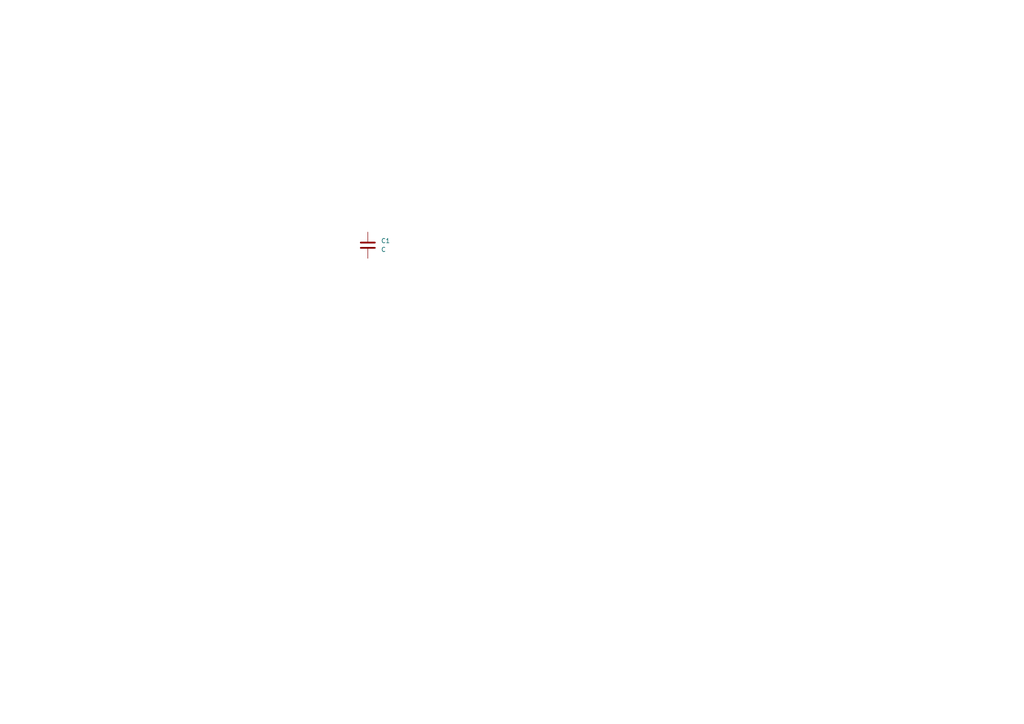
<source format=kicad_sch>
(kicad_sch (version 20231120) (generator "eeschema") (generator_version "8.0")
  (paper "A4")
  (lib_symbols
    (symbol "ECE445L:C" (pin_numbers hide) (pin_names (offset 0.254))
      (property "Reference" "C" (at 0.635 2.54 0))
      (property "Value" "C" (at 0.635 -2.54 0))
      (symbol "C_0_1"
        (polyline (pts (xy -2.032 -0.762) (xy 2.032 -0.762)) (stroke (width 0.508)))
        (polyline (pts (xy -2.032 0.762) (xy 2.032 0.762)) (stroke (width 0.508)))
      )
      (symbol "C_1_1"
        (pin passive line (at 0 3.81 270) (length 2.794) (name "~") (number "1"))
        (pin passive line (at 0 -3.81 90) (length 2.794) (name "~") (number "2"))
      )
    )
  )
  (symbol (lib_id "ECE445L:C") (at 106.68 71.12 0) (unit 1)
    (property "Reference" "C1" (at 110.49 69.8499 0) (effects (justify left)))
    (property "Value" "C" (at 110.49 72.3899 0) (effects (justify left)))
    (property "Footprint" "ECE445L:C_Axial_200mil" (effects (hide yes)))
    (property "Description" "Unpolarized capacitor" (effects (hide yes)))
  )
)
</source>
